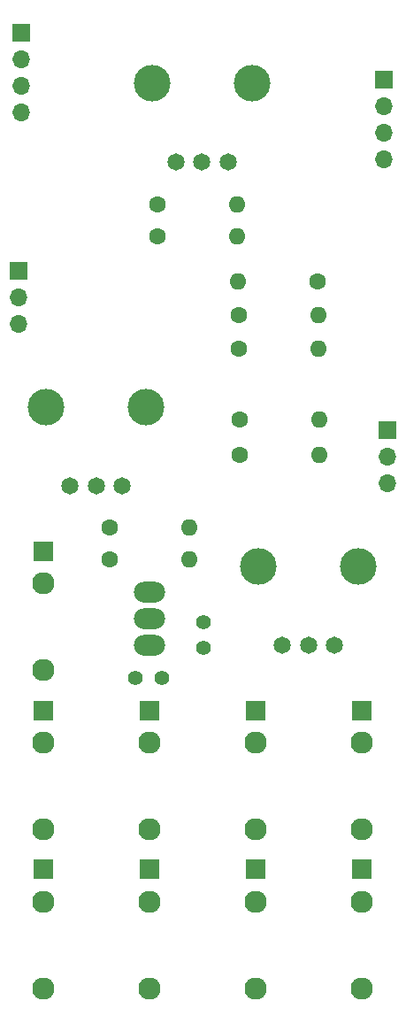
<source format=gbr>
%TF.GenerationSoftware,KiCad,Pcbnew,(6.0.4)*%
%TF.CreationDate,2022-06-07T17:20:58+01:00*%
%TF.ProjectId,control-board,636f6e74-726f-46c2-9d62-6f6172642e6b,rev?*%
%TF.SameCoordinates,Original*%
%TF.FileFunction,Soldermask,Top*%
%TF.FilePolarity,Negative*%
%FSLAX46Y46*%
G04 Gerber Fmt 4.6, Leading zero omitted, Abs format (unit mm)*
G04 Created by KiCad (PCBNEW (6.0.4)) date 2022-06-07 17:20:58*
%MOMM*%
%LPD*%
G01*
G04 APERTURE LIST*
%ADD10R,1.930000X1.830000*%
%ADD11C,2.130000*%
%ADD12C,1.600000*%
%ADD13O,1.600000X1.600000*%
%ADD14O,3.000000X2.000000*%
%ADD15C,1.650000*%
%ADD16C,3.495000*%
%ADD17C,1.400000*%
%ADD18R,1.700000X1.700000*%
%ADD19O,1.700000X1.700000*%
G04 APERTURE END LIST*
D10*
%TO.C,J8*%
X50220000Y-93376000D03*
D11*
X50220000Y-104776000D03*
X50220000Y-96476000D03*
%TD*%
D12*
%TO.C,R19*%
X26130000Y-75934000D03*
D13*
X33750000Y-75934000D03*
%TD*%
D10*
%TO.C,J4*%
X19740000Y-78136000D03*
D11*
X19740000Y-89536000D03*
X19740000Y-81236000D03*
%TD*%
D14*
%TO.C,S1*%
X29900000Y-87156000D03*
X29900000Y-84616000D03*
X29900000Y-82076000D03*
%TD*%
D15*
%TO.C,RV4*%
X22315000Y-71871000D03*
X24815000Y-71871000D03*
X27315000Y-71871000D03*
D16*
X20015000Y-64371000D03*
X29615000Y-64371000D03*
%TD*%
D12*
%TO.C,R14*%
X38555000Y-65596000D03*
D13*
X46175000Y-65596000D03*
%TD*%
D10*
%TO.C,J6*%
X40060000Y-93376000D03*
D11*
X40060000Y-104776000D03*
X40060000Y-96476000D03*
%TD*%
D12*
%TO.C,R11*%
X30734000Y-44958000D03*
D13*
X38354000Y-44958000D03*
%TD*%
D10*
%TO.C,J1*%
X29900000Y-108591000D03*
D11*
X29900000Y-119991000D03*
X29900000Y-111691000D03*
%TD*%
D15*
%TO.C,RV3*%
X32465000Y-40896000D03*
X34965000Y-40896000D03*
X37465000Y-40896000D03*
D16*
X30165000Y-33396000D03*
X39765000Y-33396000D03*
%TD*%
D15*
%TO.C,RV5*%
X42640000Y-87146000D03*
X45140000Y-87146000D03*
X47640000Y-87146000D03*
D16*
X40340000Y-79646000D03*
X49940000Y-79646000D03*
%TD*%
D10*
%TO.C,J12*%
X19740000Y-108591000D03*
D11*
X19740000Y-119991000D03*
X19740000Y-111691000D03*
%TD*%
D10*
%TO.C,J2*%
X40060000Y-108591000D03*
D11*
X40060000Y-119991000D03*
X40060000Y-111691000D03*
%TD*%
D10*
%TO.C,J3*%
X19740000Y-93376000D03*
D11*
X19740000Y-104776000D03*
X19740000Y-96476000D03*
%TD*%
D12*
%TO.C,R3*%
X38480000Y-55571000D03*
D13*
X46100000Y-55571000D03*
%TD*%
D17*
%TO.C,C6*%
X28590000Y-90324000D03*
X31090000Y-90324000D03*
%TD*%
D12*
%TO.C,R26*%
X38540000Y-68971000D03*
D13*
X46160000Y-68971000D03*
%TD*%
D10*
%TO.C,J5*%
X29900000Y-93376000D03*
D11*
X29900000Y-104776000D03*
X29900000Y-96476000D03*
%TD*%
D17*
%TO.C,C8*%
X35140000Y-87421000D03*
X35140000Y-84921000D03*
%TD*%
D12*
%TO.C,R23*%
X26140000Y-78971000D03*
D13*
X33760000Y-78971000D03*
%TD*%
D12*
%TO.C,R39*%
X30734000Y-48006000D03*
D13*
X38354000Y-48006000D03*
%TD*%
D12*
%TO.C,R38*%
X38480000Y-58821000D03*
D13*
X46100000Y-58821000D03*
%TD*%
D10*
%TO.C,J7*%
X50220000Y-108591000D03*
D11*
X50220000Y-119991000D03*
X50220000Y-111691000D03*
%TD*%
D12*
%TO.C,R33*%
X46050000Y-52321000D03*
D13*
X38430000Y-52321000D03*
%TD*%
D18*
%TO.C,J14*%
X17658000Y-28574000D03*
D19*
X17658000Y-31114000D03*
X17658000Y-33654000D03*
X17658000Y-36194000D03*
%TD*%
D18*
%TO.C,J20*%
X52710000Y-66554000D03*
D19*
X52710000Y-69094000D03*
X52710000Y-71634000D03*
%TD*%
D18*
%TO.C,J18*%
X17404000Y-51308000D03*
D19*
X17404000Y-53848000D03*
X17404000Y-56388000D03*
%TD*%
D18*
%TO.C,J16*%
X52380000Y-33020000D03*
D19*
X52380000Y-35560000D03*
X52380000Y-38100000D03*
X52380000Y-40640000D03*
%TD*%
M02*

</source>
